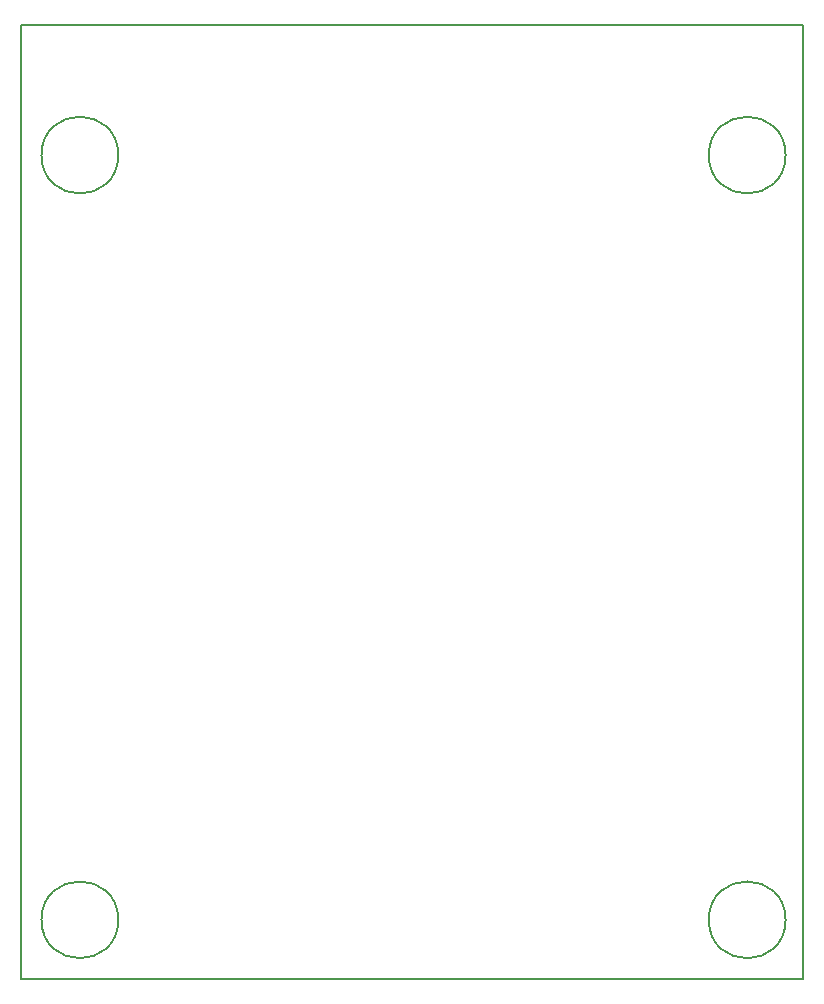
<source format=gbr>
%TF.GenerationSoftware,KiCad,Pcbnew,9.0.5*%
%TF.CreationDate,2025-10-05T20:42:35-05:00*%
%TF.ProjectId,ATO-Encoder-PCB,41544f2d-456e-4636-9f64-65722d504342,rev?*%
%TF.SameCoordinates,Original*%
%TF.FileFunction,Profile,NP*%
%FSLAX46Y46*%
G04 Gerber Fmt 4.6, Leading zero omitted, Abs format (unit mm)*
G04 Created by KiCad (PCBNEW 9.0.5) date 2025-10-05 20:42:35*
%MOMM*%
%LPD*%
G01*
G04 APERTURE LIST*
%TA.AperFunction,Profile*%
%ADD10C,0.200000*%
%TD*%
G04 APERTURE END LIST*
D10*
X138751200Y-120248800D02*
G75*
G02*
X132248800Y-120248800I-3251200J0D01*
G01*
X132248800Y-120248800D02*
G75*
G02*
X138751200Y-120248800I3251200J0D01*
G01*
X195251200Y-120248800D02*
G75*
G02*
X188748800Y-120248800I-3251200J0D01*
G01*
X188748800Y-120248800D02*
G75*
G02*
X195251200Y-120248800I3251200J0D01*
G01*
X195251200Y-55501200D02*
G75*
G02*
X188748800Y-55501200I-3251200J0D01*
G01*
X188748800Y-55501200D02*
G75*
G02*
X195251200Y-55501200I3251200J0D01*
G01*
X138751200Y-55501200D02*
G75*
G02*
X132248800Y-55501200I-3251200J0D01*
G01*
X132248800Y-55501200D02*
G75*
G02*
X138751200Y-55501200I3251200J0D01*
G01*
X130500000Y-44500000D02*
X196750000Y-44500000D01*
X196750000Y-125250000D01*
X130500000Y-125250000D01*
X130500000Y-44500000D01*
M02*

</source>
